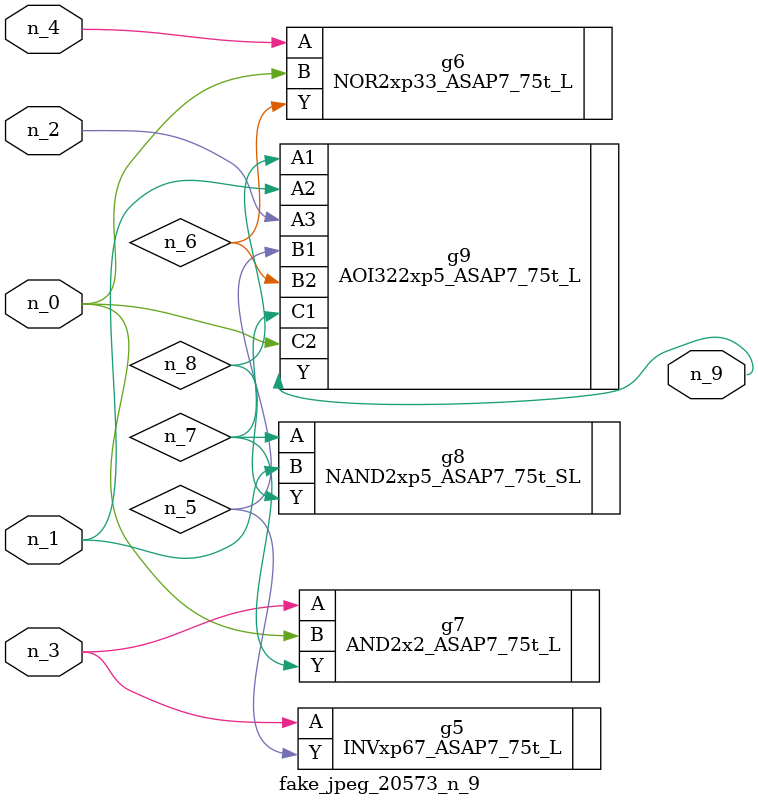
<source format=v>
module fake_jpeg_20573_n_9 (n_3, n_2, n_1, n_0, n_4, n_9);

input n_3;
input n_2;
input n_1;
input n_0;
input n_4;

output n_9;

wire n_8;
wire n_6;
wire n_5;
wire n_7;

INVxp67_ASAP7_75t_L g5 ( 
.A(n_3),
.Y(n_5)
);

NOR2xp33_ASAP7_75t_L g6 ( 
.A(n_4),
.B(n_0),
.Y(n_6)
);

AND2x2_ASAP7_75t_L g7 ( 
.A(n_3),
.B(n_0),
.Y(n_7)
);

NAND2xp5_ASAP7_75t_SL g8 ( 
.A(n_7),
.B(n_1),
.Y(n_8)
);

AOI322xp5_ASAP7_75t_L g9 ( 
.A1(n_8),
.A2(n_1),
.A3(n_2),
.B1(n_5),
.B2(n_6),
.C1(n_7),
.C2(n_0),
.Y(n_9)
);


endmodule
</source>
